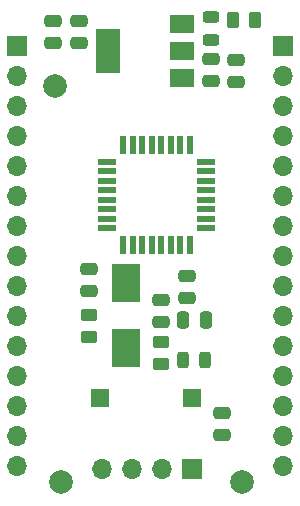
<source format=gbr>
%TF.GenerationSoftware,KiCad,Pcbnew,(6.0.2)*%
%TF.CreationDate,2022-05-10T09:18:46+02:00*%
%TF.ProjectId,STM8_Breakout-board,53544d38-5f42-4726-9561-6b6f75742d62,rev?*%
%TF.SameCoordinates,PX7e5ca20PY62fdcc0*%
%TF.FileFunction,Soldermask,Top*%
%TF.FilePolarity,Negative*%
%FSLAX46Y46*%
G04 Gerber Fmt 4.6, Leading zero omitted, Abs format (unit mm)*
G04 Created by KiCad (PCBNEW (6.0.2)) date 2022-05-10 09:18:46*
%MOMM*%
%LPD*%
G01*
G04 APERTURE LIST*
G04 Aperture macros list*
%AMRoundRect*
0 Rectangle with rounded corners*
0 $1 Rounding radius*
0 $2 $3 $4 $5 $6 $7 $8 $9 X,Y pos of 4 corners*
0 Add a 4 corners polygon primitive as box body*
4,1,4,$2,$3,$4,$5,$6,$7,$8,$9,$2,$3,0*
0 Add four circle primitives for the rounded corners*
1,1,$1+$1,$2,$3*
1,1,$1+$1,$4,$5*
1,1,$1+$1,$6,$7*
1,1,$1+$1,$8,$9*
0 Add four rect primitives between the rounded corners*
20,1,$1+$1,$2,$3,$4,$5,0*
20,1,$1+$1,$4,$5,$6,$7,0*
20,1,$1+$1,$6,$7,$8,$9,0*
20,1,$1+$1,$8,$9,$2,$3,0*%
G04 Aperture macros list end*
%ADD10C,2.000000*%
%ADD11RoundRect,0.250000X-0.450000X0.262500X-0.450000X-0.262500X0.450000X-0.262500X0.450000X0.262500X0*%
%ADD12RoundRect,0.250000X-0.475000X0.250000X-0.475000X-0.250000X0.475000X-0.250000X0.475000X0.250000X0*%
%ADD13RoundRect,0.243750X-0.243750X-0.456250X0.243750X-0.456250X0.243750X0.456250X-0.243750X0.456250X0*%
%ADD14RoundRect,0.250000X0.450000X-0.262500X0.450000X0.262500X-0.450000X0.262500X-0.450000X-0.262500X0*%
%ADD15RoundRect,0.250000X-0.262500X-0.450000X0.262500X-0.450000X0.262500X0.450000X-0.262500X0.450000X0*%
%ADD16RoundRect,0.243750X-0.456250X0.243750X-0.456250X-0.243750X0.456250X-0.243750X0.456250X0.243750X0*%
%ADD17R,0.550000X1.500000*%
%ADD18R,1.500000X0.550000*%
%ADD19RoundRect,0.250000X0.250000X0.475000X-0.250000X0.475000X-0.250000X-0.475000X0.250000X-0.475000X0*%
%ADD20R,2.000000X1.500000*%
%ADD21R,2.000000X3.800000*%
%ADD22RoundRect,0.250000X0.475000X-0.250000X0.475000X0.250000X-0.475000X0.250000X-0.475000X-0.250000X0*%
%ADD23R,1.500000X1.500000*%
%ADD24R,2.400000X3.325000*%
%ADD25R,1.700000X1.700000*%
%ADD26O,1.700000X1.700000*%
G04 APERTURE END LIST*
D10*
%TO.C,FID3*%
X20510000Y1490000D03*
%TD*%
%TO.C,FID2*%
X4740000Y35000000D03*
%TD*%
%TO.C,FID1*%
X5220000Y1490000D03*
%TD*%
D11*
%TO.C,R3*%
X13700000Y13312500D03*
X13700000Y11487500D03*
%TD*%
D12*
%TO.C,C7*%
X4500000Y40550000D03*
X4500000Y38650000D03*
%TD*%
D13*
%TO.C,D2*%
X15562500Y11800000D03*
X17437500Y11800000D03*
%TD*%
D14*
%TO.C,R1*%
X7600000Y13800000D03*
X7600000Y15625000D03*
%TD*%
D15*
%TO.C,R2*%
X19787500Y40600000D03*
X21612500Y40600000D03*
%TD*%
D12*
%TO.C,C2*%
X7600000Y19550000D03*
X7600000Y17650000D03*
%TD*%
%TO.C,C6*%
X6700000Y40550000D03*
X6700000Y38650000D03*
%TD*%
%TO.C,C8*%
X17900000Y37350000D03*
X17900000Y35450000D03*
%TD*%
D16*
%TO.C,D1*%
X17900000Y40837500D03*
X17900000Y38962500D03*
%TD*%
D12*
%TO.C,C1*%
X18800000Y7350000D03*
X18800000Y5450000D03*
%TD*%
D17*
%TO.C,U1*%
X10500000Y21600000D03*
X11300000Y21600000D03*
X12100000Y21600000D03*
X12900000Y21600000D03*
X13700000Y21600000D03*
X14500000Y21600000D03*
X15300000Y21600000D03*
X16100000Y21600000D03*
D18*
X17500000Y23000000D03*
X17500000Y23800000D03*
X17500000Y24600000D03*
X17500000Y25400000D03*
X17500000Y26200000D03*
X17500000Y27000000D03*
X17500000Y27800000D03*
X17500000Y28600000D03*
D17*
X16100000Y30000000D03*
X15300000Y30000000D03*
X14500000Y30000000D03*
X13700000Y30000000D03*
X12900000Y30000000D03*
X12100000Y30000000D03*
X11300000Y30000000D03*
X10500000Y30000000D03*
D18*
X9100000Y28600000D03*
X9100000Y27800000D03*
X9100000Y27000000D03*
X9100000Y26200000D03*
X9100000Y25400000D03*
X9100000Y24600000D03*
X9100000Y23800000D03*
X9100000Y23000000D03*
%TD*%
D19*
%TO.C,C5*%
X17450000Y15200000D03*
X15550000Y15200000D03*
%TD*%
D20*
%TO.C,U2*%
X15450000Y35700000D03*
X15450000Y38000000D03*
D21*
X9150000Y38000000D03*
D20*
X15450000Y40300000D03*
%TD*%
D12*
%TO.C,C9*%
X20000000Y37250000D03*
X20000000Y35350000D03*
%TD*%
D22*
%TO.C,C3*%
X13700000Y15050000D03*
X13700000Y16950000D03*
%TD*%
D23*
%TO.C,SW1*%
X16300000Y8600000D03*
X8500000Y8600000D03*
%TD*%
D12*
%TO.C,C4*%
X15900000Y18950000D03*
X15900000Y17050000D03*
%TD*%
D24*
%TO.C,Y1*%
X10700000Y18362500D03*
X10700000Y12837500D03*
%TD*%
D25*
%TO.C,J1*%
X24000000Y38420000D03*
D26*
X24000000Y35880000D03*
X24000000Y33340000D03*
X24000000Y30800000D03*
X24000000Y28260000D03*
X24000000Y25720000D03*
X24000000Y23180000D03*
X24000000Y20640000D03*
X24000000Y18100000D03*
X24000000Y15560000D03*
X24000000Y13020000D03*
X24000000Y10480000D03*
X24000000Y7940000D03*
X24000000Y5400000D03*
X24000000Y2860000D03*
%TD*%
D25*
%TO.C,J2*%
X16300000Y2600000D03*
D26*
X13760000Y2600000D03*
X11220000Y2600000D03*
X8680000Y2600000D03*
%TD*%
D25*
%TO.C,J3*%
X1500000Y38400000D03*
D26*
X1500000Y35860000D03*
X1500000Y33320000D03*
X1500000Y30780000D03*
X1500000Y28240000D03*
X1500000Y25700000D03*
X1500000Y23160000D03*
X1500000Y20620000D03*
X1500000Y18080000D03*
X1500000Y15540000D03*
X1500000Y13000000D03*
X1500000Y10460000D03*
X1500000Y7920000D03*
X1500000Y5380000D03*
X1500000Y2840000D03*
%TD*%
M02*

</source>
